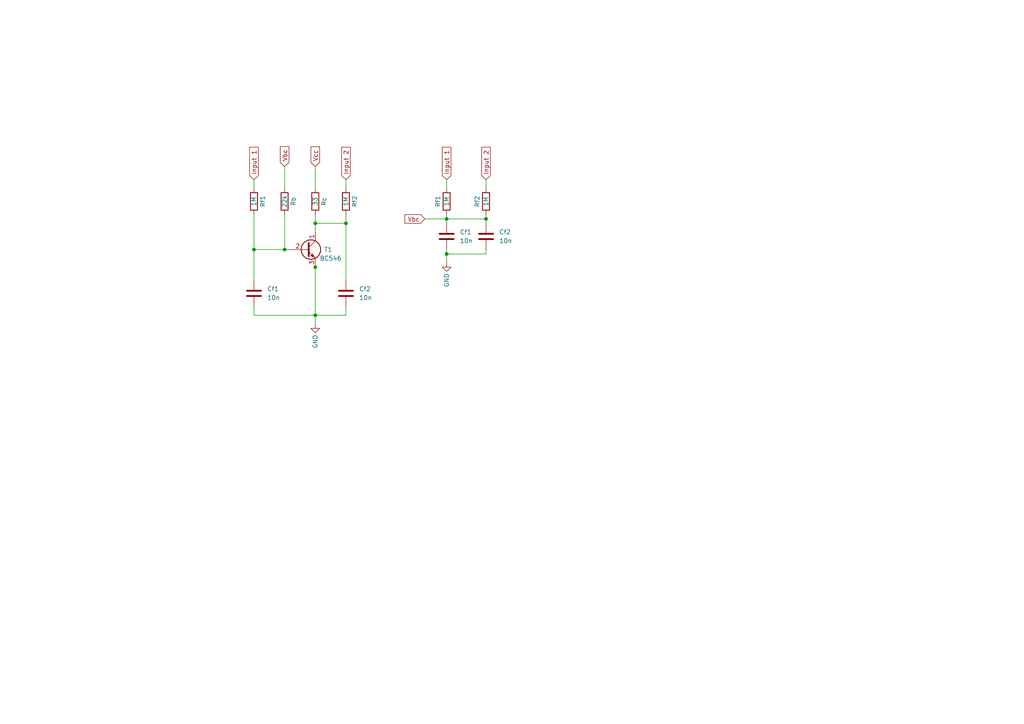
<source format=kicad_sch>
(kicad_sch (version 20211123) (generator eeschema)
  (paper "A4")
  (lib_symbols
    (symbol "Device:C" (pin_numbers hide) (pin_names (offset 0.254))
      (property "Reference" "C" (at 0.635 2.54 0))
      (property "Value" "C" (at 0.635 -2.54 0))
      (symbol "C_0_1"
        (polyline (pts (xy -2.032 -0.762) (xy 2.032 -0.762)) (stroke (width 0.508)))
        (polyline (pts (xy -2.032 0.762) (xy 2.032 0.762)) (stroke (width 0.508)))
      )
      (symbol "C_1_1"
        (pin passive line (at 0 3.81 270) (length 2.794) (name "~") (number "1"))
        (pin passive line (at 0 -3.81 90) (length 2.794) (name "~") (number "2"))
      )
    )
    (symbol "Device:R" (pin_numbers hide) (pin_names (offset 0))
      (property "Reference" "R" (at 2.032 0 90))
      (property "Value" "R" (at 0 0 90))
      (symbol "R_0_1"
        (rectangle (start -1.016 -2.54) (end 1.016 2.54) (stroke (width 0.254)))
      )
      (symbol "R_1_1"
        (pin passive line (at 0 3.81 270) (length 1.27) (name "~") (number "1"))
        (pin passive line (at 0 -3.81 90) (length 1.27) (name "~") (number "2"))
      )
    )
    (symbol "Transistor_BJT:BC546" (pin_names (offset 0) hide)
      (property "Reference" "Q" (at 5.08 1.905 0))
      (property "Value" "BC546" (at 5.08 0 0))
      (symbol "BC546_0_1"
        (polyline (pts (xy 0 0) (xy 0.635 0)))
        (polyline (pts (xy 0.635 0.635) (xy 2.54 2.54)))
        (polyline (pts (xy 0.635 -0.635) (xy 2.54 -2.54) (xy 2.54 -2.54)))
        (polyline (pts (xy 0.635 1.905) (xy 0.635 -1.905) (xy 0.635 -1.905)) (stroke (width 0.508)))
        (polyline (pts (xy 1.27 -1.778) (xy 1.778 -1.27) (xy 2.286 -2.286) (xy 1.27 -1.778) (xy 1.27 -1.778)) (fill (type outline)))
        (circle (center 1.27 0) (radius 2.8194) (stroke (width 0.254)))
      )
      (symbol "BC546_1_1"
        (pin passive line (at 2.54 5.08 270) (length 2.54) (name "C") (number "1"))
        (pin input line (at -5.08 0 0) (length 5.08) (name "B") (number "2"))
        (pin passive line (at 2.54 -5.08 90) (length 2.54) (name "E") (number "3"))
      )
    )
    (symbol "power:GND" (power) (pin_names (offset 0))
      (property "Value" "GND" (at 0 -3.81 0))
      (symbol "GND_0_1"
        (polyline (pts (xy 0 0) (xy 0 -1.27) (xy 1.27 -1.27) (xy 0 -2.54) (xy -1.27 -1.27) (xy 0 -1.27)))
      )
      (symbol "GND_1_1"
        (pin power_in line (at 0 0 270) (length 0) hide (name "GND") (number "1"))
      )
    )
  )
  (junction (at 129.54 73.66))
  (junction (at 91.44 91.44))
  (junction (at 129.54 63.5))
  (junction (at 100.33 64.77))
  (junction (at 82.55 72.39))
  (junction (at 91.44 64.77))
  (junction (at 91.44 77.47))
  (junction (at 140.97 63.5))
  (junction (at 73.66 72.39))
  (wire (pts (xy 129.54 73.66) (xy 140.97 73.66)))
  (wire (pts (xy 82.55 62.23) (xy 82.55 72.39)))
  (wire (pts (xy 140.97 64.77) (xy 140.97 63.5)))
  (wire (pts (xy 123.19 63.5) (xy 129.54 63.5)))
  (wire (pts (xy 91.44 48.26) (xy 91.44 54.61)))
  (wire (pts (xy 73.66 91.44) (xy 91.44 91.44)))
  (wire (pts (xy 73.66 81.28) (xy 73.66 72.39)))
  (wire (pts (xy 91.44 76.2) (xy 91.44 77.47)))
  (wire (pts (xy 91.44 91.44) (xy 100.33 91.44)))
  (wire (pts (xy 100.33 88.9) (xy 100.33 91.44)))
  (wire (pts (xy 129.54 63.5) (xy 140.97 63.5)))
  (wire (pts (xy 140.97 63.5) (xy 140.97 62.23)))
  (wire (pts (xy 91.44 64.77) (xy 100.33 64.77)))
  (wire (pts (xy 129.54 73.66) (xy 129.54 76.2)))
  (wire (pts (xy 91.44 64.77) (xy 91.44 67.31)))
  (wire (pts (xy 140.97 72.39) (xy 140.97 73.66)))
  (wire (pts (xy 140.97 52.07) (xy 140.97 54.61)))
  (wire (pts (xy 73.66 72.39) (xy 82.55 72.39)))
  (wire (pts (xy 129.54 63.5) (xy 129.54 62.23)))
  (wire (pts (xy 73.66 52.07) (xy 73.66 54.61)))
  (wire (pts (xy 91.44 93.98) (xy 91.44 91.44)))
  (wire (pts (xy 129.54 64.77) (xy 129.54 63.5)))
  (wire (pts (xy 82.55 72.39) (xy 83.82 72.39)))
  (wire (pts (xy 100.33 62.23) (xy 100.33 64.77)))
  (wire (pts (xy 91.44 77.47) (xy 91.44 91.44)))
  (wire (pts (xy 129.54 52.07) (xy 129.54 54.61)))
  (wire (pts (xy 100.33 64.77) (xy 100.33 81.28)))
  (wire (pts (xy 100.33 52.07) (xy 100.33 54.61)))
  (wire (pts (xy 82.55 48.26) (xy 82.55 54.61)))
  (wire (pts (xy 73.66 88.9) (xy 73.66 91.44)))
  (wire (pts (xy 73.66 62.23) (xy 73.66 72.39)))
  (wire (pts (xy 91.44 62.23) (xy 91.44 64.77)))
  (wire (pts (xy 129.54 72.39) (xy 129.54 73.66)))
  (global_label "Vcc" (shape input) (at 91.44 48.26 90) (property "Intersheet References" "${INTERSHEET_REFS}" (effects hide)))
  (global_label "Input 1" (shape input) (at 73.66 52.07 90) (property "Intersheet References" "${INTERSHEET_REFS}" (effects hide)))
  (global_label "Input 2" (shape input) (at 100.33 52.07 90) (property "Intersheet References" "${INTERSHEET_REFS}" (effects hide)))
  (global_label "Vbc" (shape input) (at 82.55 48.26 90) (property "Intersheet References" "${INTERSHEET_REFS}" (effects hide)))
  (global_label "Vbc" (shape input) (at 123.19 63.5 180) (property "Intersheet References" "${INTERSHEET_REFS}" (effects hide)))
  (global_label "Input 2" (shape input) (at 140.97 52.07 90) (property "Intersheet References" "${INTERSHEET_REFS}" (effects hide)))
  (global_label "Input 1" (shape input) (at 129.54 52.07 90) (property "Intersheet References" "${INTERSHEET_REFS}" (effects hide)))
  (symbol (lib_id "Device:C") (at 73.66 85.09 0) (unit 1)
    (property "Reference" "Cf1" (at 77.47 83.8199 0) (effects (justify left)))
    (property "Value" "10n" (at 77.47 86.3599 0) (effects (justify left)))
  )
  (symbol (lib_id "Device:C") (at 100.33 85.09 0) (unit 1)
    (property "Reference" "Cf2" (at 104.14 83.8199 0) (effects (justify left)))
    (property "Value" "10n" (at 104.14 86.3599 0) (effects (justify left)))
  )
  (symbol (lib_id "Device:R") (at 129.54 58.42 0) (unit 1)
    (property "Reference" "Rf1" (at 127 58.42 90))
    (property "Value" "1M" (at 129.54 58.42 90))
  )
  (symbol (lib_id "Device:R") (at 73.66 58.42 0) (unit 1)
    (property "Reference" "Rf1" (at 76.2 58.42 90))
    (property "Value" "1M" (at 73.66 58.42 90))
  )
  (symbol (lib_id "power:GND") (at 91.44 93.98 0) (unit 1)
    (property "Reference" "#PWR?" (effects hide))
    (property "Value" "GND" (at 91.44 99.06 90))
  )
  (symbol (lib_id "Device:R") (at 91.44 58.42 180) (unit 1)
    (property "Reference" "Rc" (at 93.98 58.42 90))
    (property "Value" "33" (at 91.44 58.42 90))
  )
  (symbol (lib_id "Transistor_BJT:BC546") (at 88.9 72.39 0) (unit 1)
    (property "Reference" "T1" (at 93.98 72.39 0) (effects (justify left)))
    (property "Value" "BC546" (at 92.71 74.93 0) (effects (justify left)))
    (property "Footprint" "Package_TO_SOT_THT:TO-92_Inline" (effects hide))
    (property "Datasheet" "https://www.onsemi.com/pub/Collateral/BC550-D.pdf" (effects hide))
  )
  (symbol (lib_id "Device:C") (at 129.54 68.58 0) (unit 1)
    (property "Reference" "Cf1" (at 133.35 67.3099 0) (effects (justify left)))
    (property "Value" "10n" (at 133.35 69.8499 0) (effects (justify left)))
  )
  (symbol (lib_id "Device:R") (at 140.97 58.42 0) (unit 1)
    (property "Reference" "Rf2" (at 138.43 58.42 90))
    (property "Value" "1M" (at 140.97 58.42 90))
  )
  (symbol (lib_id "Device:R") (at 82.55 58.42 0) (unit 1)
    (property "Reference" "Rb" (at 85.09 58.42 90))
    (property "Value" "22k" (at 82.55 58.42 90))
  )
  (symbol (lib_id "power:GND") (at 129.54 76.2 0) (unit 1)
    (property "Reference" "#PWR?" (effects hide))
    (property "Value" "GND" (at 129.54 81.28 90))
  )
  (symbol (lib_id "Device:R") (at 100.33 58.42 0) (unit 1)
    (property "Reference" "Rf2" (at 102.87 58.42 90))
    (property "Value" "1M" (at 100.33 58.42 90))
  )
  (symbol (lib_id "Device:C") (at 140.97 68.58 0) (unit 1)
    (property "Reference" "Cf2" (at 144.78 67.3099 0) (effects (justify left)))
    (property "Value" "10n" (at 144.78 69.85 0) (effects (justify left)))
  )
)
</source>
